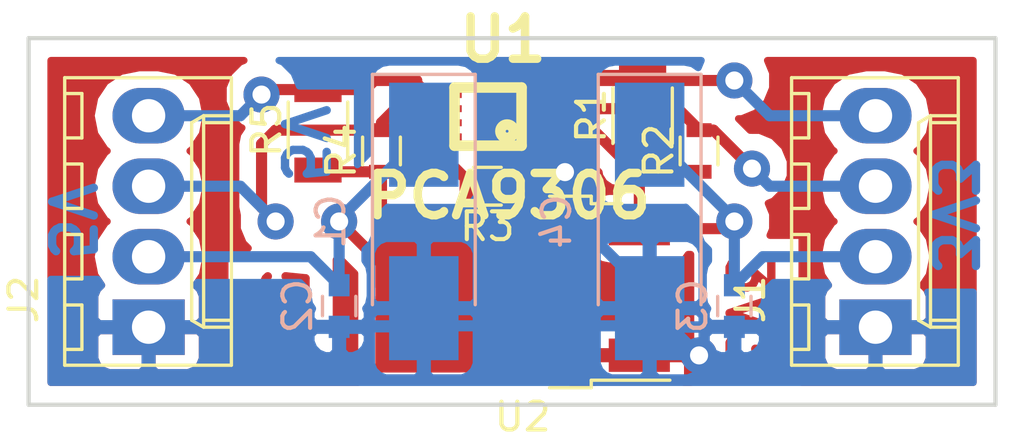
<source format=kicad_pcb>
(kicad_pcb (version 4) (host pcbnew 4.0.7)

  (general
    (links 33)
    (no_connects 0)
    (area 23.227 23.227 39.3668 188.201)
    (thickness 1.6)
    (drawings 9)
    (tracks 103)
    (zones 0)
    (modules 13)
    (nets 9)
  )

  (page A4)
  (layers
    (0 F.Cu signal)
    (31 B.Cu signal)
    (32 B.Adhes user)
    (33 F.Adhes user)
    (34 B.Paste user)
    (35 F.Paste user)
    (36 B.SilkS user)
    (37 F.SilkS user)
    (38 B.Mask user)
    (39 F.Mask user)
    (40 Dwgs.User user)
    (41 Cmts.User user)
    (42 Eco1.User user)
    (43 Eco2.User user)
    (44 Edge.Cuts user)
    (45 Margin user)
    (46 B.CrtYd user)
    (47 F.CrtYd user)
    (48 B.Fab user)
    (49 F.Fab user)
  )

  (setup
    (last_trace_width 0.25)
    (user_trace_width 0.3)
    (user_trace_width 0.35)
    (user_trace_width 0.4)
    (trace_clearance 0.2)
    (zone_clearance 0.6)
    (zone_45_only no)
    (trace_min 0.2)
    (segment_width 0.2)
    (edge_width 0.15)
    (via_size 0.6)
    (via_drill 0.4)
    (via_min_size 0.4)
    (via_min_drill 0.3)
    (user_via 1.3 0.65)
    (uvia_size 0.3)
    (uvia_drill 0.1)
    (uvias_allowed no)
    (uvia_min_size 0.2)
    (uvia_min_drill 0.1)
    (pcb_text_width 0.3)
    (pcb_text_size 1.5 1.5)
    (mod_edge_width 0.15)
    (mod_text_size 1 1)
    (mod_text_width 0.15)
    (pad_size 1.524 1.524)
    (pad_drill 0.762)
    (pad_to_mask_clearance 0.2)
    (aux_axis_origin 0 0)
    (visible_elements 7FFFFFFF)
    (pcbplotparams
      (layerselection 0x00030_80000001)
      (usegerberextensions false)
      (excludeedgelayer true)
      (linewidth 0.100000)
      (plotframeref false)
      (viasonmask false)
      (mode 1)
      (useauxorigin false)
      (hpglpennumber 1)
      (hpglpenspeed 20)
      (hpglpendiameter 15)
      (hpglpenoverlay 2)
      (psnegative false)
      (psa4output false)
      (plotreference true)
      (plotvalue true)
      (plotinvisibletext false)
      (padsonsilk false)
      (subtractmaskfromsilk false)
      (outputformat 1)
      (mirror false)
      (drillshape 1)
      (scaleselection 1)
      (outputdirectory ""))
  )

  (net 0 "")
  (net 1 +5V)
  (net 2 GND)
  (net 3 +3V3)
  (net 4 "Net-(J1-Pad3)")
  (net 5 "Net-(J1-Pad4)")
  (net 6 "Net-(J2-Pad3)")
  (net 7 "Net-(J2-Pad4)")
  (net 8 "Net-(R3-Pad2)")

  (net_class Default "Ceci est la Netclass par défaut"
    (clearance 0.2)
    (trace_width 0.25)
    (via_dia 0.6)
    (via_drill 0.4)
    (uvia_dia 0.3)
    (uvia_drill 0.1)
    (add_net +3V3)
    (add_net +5V)
    (add_net GND)
    (add_net "Net-(J1-Pad3)")
    (add_net "Net-(J1-Pad4)")
    (add_net "Net-(J2-Pad3)")
    (add_net "Net-(J2-Pad4)")
    (add_net "Net-(R3-Pad2)")
  )

  (module Resistors_SMD:R_1206 (layer F.Cu) (tedit 58E0A804) (tstamp 5A9BE5F8)
    (at 148.59 106.172 90)
    (descr "Resistor SMD 1206, reflow soldering, Vishay (see dcrcw.pdf)")
    (tags "resistor 1206")
    (path /5A986069)
    (attr smd)
    (fp_text reference R5 (at 0 -1.85 90) (layer F.SilkS)
      (effects (font (size 1 1) (thickness 0.15)))
    )
    (fp_text value 2.1k (at 0 1.95 90) (layer F.Fab)
      (effects (font (size 1 1) (thickness 0.15)))
    )
    (fp_text user %R (at 0 0 90) (layer F.Fab)
      (effects (font (size 0.7 0.7) (thickness 0.105)))
    )
    (fp_line (start -1.6 0.8) (end -1.6 -0.8) (layer F.Fab) (width 0.1))
    (fp_line (start 1.6 0.8) (end -1.6 0.8) (layer F.Fab) (width 0.1))
    (fp_line (start 1.6 -0.8) (end 1.6 0.8) (layer F.Fab) (width 0.1))
    (fp_line (start -1.6 -0.8) (end 1.6 -0.8) (layer F.Fab) (width 0.1))
    (fp_line (start 1 1.07) (end -1 1.07) (layer F.SilkS) (width 0.12))
    (fp_line (start -1 -1.07) (end 1 -1.07) (layer F.SilkS) (width 0.12))
    (fp_line (start -2.15 -1.11) (end 2.15 -1.11) (layer F.CrtYd) (width 0.05))
    (fp_line (start -2.15 -1.11) (end -2.15 1.1) (layer F.CrtYd) (width 0.05))
    (fp_line (start 2.15 1.1) (end 2.15 -1.11) (layer F.CrtYd) (width 0.05))
    (fp_line (start 2.15 1.1) (end -2.15 1.1) (layer F.CrtYd) (width 0.05))
    (pad 1 smd rect (at -1.45 0 90) (size 0.9 1.7) (layers F.Cu F.Paste F.Mask)
      (net 1 +5V))
    (pad 2 smd rect (at 1.45 0 90) (size 0.9 1.7) (layers F.Cu F.Paste F.Mask)
      (net 7 "Net-(J2-Pad4)"))
    (model ${KISYS3DMOD}/Resistors_SMD.3dshapes/R_1206.wrl
      (at (xyz 0 0 0))
      (scale (xyz 1 1 1))
      (rotate (xyz 0 0 0))
    )
  )

  (module Resistors_SMD:R_1206 (layer F.Cu) (tedit 58E0A804) (tstamp 5A9BE5E8)
    (at 160.274 105.664 90)
    (descr "Resistor SMD 1206, reflow soldering, Vishay (see dcrcw.pdf)")
    (tags "resistor 1206")
    (path /5A98606E)
    (attr smd)
    (fp_text reference R1 (at 0 -1.85 90) (layer F.SilkS)
      (effects (font (size 1 1) (thickness 0.15)))
    )
    (fp_text value 2.1k (at 0 1.95 90) (layer F.Fab)
      (effects (font (size 1 1) (thickness 0.15)))
    )
    (fp_text user %R (at 0 0 90) (layer F.Fab)
      (effects (font (size 0.7 0.7) (thickness 0.105)))
    )
    (fp_line (start -1.6 0.8) (end -1.6 -0.8) (layer F.Fab) (width 0.1))
    (fp_line (start 1.6 0.8) (end -1.6 0.8) (layer F.Fab) (width 0.1))
    (fp_line (start 1.6 -0.8) (end 1.6 0.8) (layer F.Fab) (width 0.1))
    (fp_line (start -1.6 -0.8) (end 1.6 -0.8) (layer F.Fab) (width 0.1))
    (fp_line (start 1 1.07) (end -1 1.07) (layer F.SilkS) (width 0.12))
    (fp_line (start -1 -1.07) (end 1 -1.07) (layer F.SilkS) (width 0.12))
    (fp_line (start -2.15 -1.11) (end 2.15 -1.11) (layer F.CrtYd) (width 0.05))
    (fp_line (start -2.15 -1.11) (end -2.15 1.1) (layer F.CrtYd) (width 0.05))
    (fp_line (start 2.15 1.1) (end 2.15 -1.11) (layer F.CrtYd) (width 0.05))
    (fp_line (start 2.15 1.1) (end -2.15 1.1) (layer F.CrtYd) (width 0.05))
    (pad 1 smd rect (at -1.45 0 90) (size 0.9 1.7) (layers F.Cu F.Paste F.Mask)
      (net 3 +3V3))
    (pad 2 smd rect (at 1.45 0 90) (size 0.9 1.7) (layers F.Cu F.Paste F.Mask)
      (net 5 "Net-(J1-Pad4)"))
    (model ${KISYS3DMOD}/Resistors_SMD.3dshapes/R_1206.wrl
      (at (xyz 0 0 0))
      (scale (xyz 1 1 1))
      (rotate (xyz 0 0 0))
    )
  )

  (module TO_SOT_Packages_SMD:TO-252-2 (layer F.Cu) (tedit 590079C0) (tstamp 5A9BE5C5)
    (at 155.956 112.014 180)
    (descr "TO-252 / DPAK SMD package, http://www.infineon.com/cms/en/product/packages/PG-TO252/PG-TO252-3-1/")
    (tags "DPAK TO-252 DPAK-3 TO-252-3 SOT-428")
    (path /5A98745C)
    (attr smd)
    (fp_text reference U2 (at 0 -4.5 180) (layer F.SilkS)
      (effects (font (size 1 1) (thickness 0.15)))
    )
    (fp_text value LM1117 (at 0 4.5 180) (layer F.Fab)
      (effects (font (size 1 1) (thickness 0.15)))
    )
    (fp_line (start 3.95 -2.7) (end 4.95 -2.7) (layer F.Fab) (width 0.1))
    (fp_line (start 4.95 -2.7) (end 4.95 2.7) (layer F.Fab) (width 0.1))
    (fp_line (start 4.95 2.7) (end 3.95 2.7) (layer F.Fab) (width 0.1))
    (fp_line (start 3.95 -3.25) (end 3.95 3.25) (layer F.Fab) (width 0.1))
    (fp_line (start 3.95 3.25) (end -2.27 3.25) (layer F.Fab) (width 0.1))
    (fp_line (start -2.27 3.25) (end -2.27 -2.25) (layer F.Fab) (width 0.1))
    (fp_line (start -2.27 -2.25) (end -1.27 -3.25) (layer F.Fab) (width 0.1))
    (fp_line (start -1.27 -3.25) (end 3.95 -3.25) (layer F.Fab) (width 0.1))
    (fp_line (start -1.865 -2.655) (end -4.97 -2.655) (layer F.Fab) (width 0.1))
    (fp_line (start -4.97 -2.655) (end -4.97 -1.905) (layer F.Fab) (width 0.1))
    (fp_line (start -4.97 -1.905) (end -2.27 -1.905) (layer F.Fab) (width 0.1))
    (fp_line (start -2.27 1.905) (end -4.97 1.905) (layer F.Fab) (width 0.1))
    (fp_line (start -4.97 1.905) (end -4.97 2.655) (layer F.Fab) (width 0.1))
    (fp_line (start -4.97 2.655) (end -2.27 2.655) (layer F.Fab) (width 0.1))
    (fp_line (start -0.97 -3.45) (end -2.47 -3.45) (layer F.SilkS) (width 0.12))
    (fp_line (start -2.47 -3.45) (end -2.47 -3.18) (layer F.SilkS) (width 0.12))
    (fp_line (start -2.47 -3.18) (end -5.3 -3.18) (layer F.SilkS) (width 0.12))
    (fp_line (start -0.97 3.45) (end -2.47 3.45) (layer F.SilkS) (width 0.12))
    (fp_line (start -2.47 3.45) (end -2.47 3.18) (layer F.SilkS) (width 0.12))
    (fp_line (start -2.47 3.18) (end -3.57 3.18) (layer F.SilkS) (width 0.12))
    (fp_line (start -5.55 -3.5) (end -5.55 3.5) (layer F.CrtYd) (width 0.05))
    (fp_line (start -5.55 3.5) (end 5.55 3.5) (layer F.CrtYd) (width 0.05))
    (fp_line (start 5.55 3.5) (end 5.55 -3.5) (layer F.CrtYd) (width 0.05))
    (fp_line (start 5.55 -3.5) (end -5.55 -3.5) (layer F.CrtYd) (width 0.05))
    (fp_text user %R (at 0 0 180) (layer F.Fab)
      (effects (font (size 1 1) (thickness 0.15)))
    )
    (pad 1 smd rect (at -4.2 -2.28 180) (size 2.2 1.2) (layers F.Cu F.Paste F.Mask)
      (net 2 GND))
    (pad 3 smd rect (at -4.2 2.28 180) (size 2.2 1.2) (layers F.Cu F.Paste F.Mask)
      (net 3 +3V3))
    (pad 2 smd rect (at 2.1 0 180) (size 6.4 5.8) (layers F.Cu F.Mask)
      (net 1 +5V))
    (pad 2 smd rect (at 3.775 1.525 180) (size 3.05 2.75) (layers F.Cu F.Paste)
      (net 1 +5V))
    (pad 2 smd rect (at 0.425 -1.525 180) (size 3.05 2.75) (layers F.Cu F.Paste)
      (net 1 +5V))
    (pad 2 smd rect (at 3.775 -1.525 180) (size 3.05 2.75) (layers F.Cu F.Paste)
      (net 1 +5V))
    (pad 2 smd rect (at 0.425 1.525 180) (size 3.05 2.75) (layers F.Cu F.Paste)
      (net 1 +5V))
    (model ${KISYS3DMOD}/TO_SOT_Packages_SMD.3dshapes/TO-252-2.wrl
      (at (xyz 0 0 0))
      (scale (xyz 1 1 1))
      (rotate (xyz 0 0 0))
    )
  )

  (module f4deb-mod-library:VSSOP-8 (layer F.Cu) (tedit 4FD3B8D7) (tstamp 5A9BE5B5)
    (at 154.686 105.664 180)
    (path /5A98607B)
    (fp_text reference U1 (at -0.5588 2.7432 180) (layer F.SilkS)
      (effects (font (thickness 0.3048)))
    )
    (fp_text value PCA9306 (at -0.762 -2.8956 180) (layer F.SilkS)
      (effects (font (thickness 0.3048)))
    )
    (fp_circle (center -0.7112 -0.5588) (end -0.6604 -0.5588) (layer F.SilkS) (width 0.381))
    (fp_line (start -1.2319 1.016) (end 1.1811 1.016) (layer F.SilkS) (width 0.381))
    (fp_line (start 1.1811 1.016) (end 1.1811 -1.0795) (layer F.SilkS) (width 0.381))
    (fp_line (start 1.1811 -1.0795) (end -1.2319 -1.0795) (layer F.SilkS) (width 0.381))
    (fp_line (start -1.2319 -1.0795) (end -1.2319 1.016) (layer F.SilkS) (width 0.381))
    (pad 4 smd rect (at -1.4732 0.762 270) (size 0.24892 1.00076) (layers F.Cu F.Paste F.Mask)
      (net 5 "Net-(J1-Pad4)"))
    (pad 3 smd rect (at -1.4732 0.254 270) (size 0.24892 1.00076) (layers F.Cu F.Paste F.Mask)
      (net 4 "Net-(J1-Pad3)"))
    (pad 2 smd rect (at -1.4732 -0.254 270) (size 0.24892 1.00076) (layers F.Cu F.Paste F.Mask)
      (net 3 +3V3))
    (pad 1 smd rect (at -1.4732 -0.762 270) (size 0.24892 1.00076) (layers F.Cu F.Paste F.Mask)
      (net 2 GND))
    (pad 5 smd rect (at 1.4224 0.762 270) (size 0.24892 1.00076) (layers F.Cu F.Paste F.Mask)
      (net 7 "Net-(J2-Pad4)"))
    (pad 6 smd rect (at 1.4224 0.254 270) (size 0.24892 1.00076) (layers F.Cu F.Paste F.Mask)
      (net 6 "Net-(J2-Pad3)"))
    (pad 7 smd rect (at 1.4224 -0.254 270) (size 0.24892 1.00076) (layers F.Cu F.Paste F.Mask)
      (net 8 "Net-(R3-Pad2)"))
    (pad 8 smd rect (at 1.4224 -0.762 270) (size 0.24892 1.00076) (layers F.Cu F.Paste F.Mask)
      (net 8 "Net-(R3-Pad2)"))
    (model git-f4deb-cen-electronic-library/wings/VSSOP_8.wrl
      (at (xyz 0 0 0))
      (scale (xyz 1 1 1))
      (rotate (xyz 0 0 0))
    )
    (model Housings_SSOP.3dshapes/VSSOP-8_2.4x2.1mm_Pitch0.5mm.wrl
      (at (xyz 0 0 0))
      (scale (xyz 1 1 1))
      (rotate (xyz 0 0 0))
    )
  )

  (module Resistors_SMD:R_0603 (layer F.Cu) (tedit 58E0A804) (tstamp 5A9BE5A5)
    (at 150.876 106.934 90)
    (descr "Resistor SMD 0603, reflow soldering, Vishay (see dcrcw.pdf)")
    (tags "resistor 0603")
    (path /5A98606A)
    (attr smd)
    (fp_text reference R4 (at 0 -1.45 90) (layer F.SilkS)
      (effects (font (size 1 1) (thickness 0.15)))
    )
    (fp_text value 2.1k (at 0 1.5 90) (layer F.Fab)
      (effects (font (size 1 1) (thickness 0.15)))
    )
    (fp_text user %R (at 0 0 90) (layer F.Fab)
      (effects (font (size 0.4 0.4) (thickness 0.075)))
    )
    (fp_line (start -0.8 0.4) (end -0.8 -0.4) (layer F.Fab) (width 0.1))
    (fp_line (start 0.8 0.4) (end -0.8 0.4) (layer F.Fab) (width 0.1))
    (fp_line (start 0.8 -0.4) (end 0.8 0.4) (layer F.Fab) (width 0.1))
    (fp_line (start -0.8 -0.4) (end 0.8 -0.4) (layer F.Fab) (width 0.1))
    (fp_line (start 0.5 0.68) (end -0.5 0.68) (layer F.SilkS) (width 0.12))
    (fp_line (start -0.5 -0.68) (end 0.5 -0.68) (layer F.SilkS) (width 0.12))
    (fp_line (start -1.25 -0.7) (end 1.25 -0.7) (layer F.CrtYd) (width 0.05))
    (fp_line (start -1.25 -0.7) (end -1.25 0.7) (layer F.CrtYd) (width 0.05))
    (fp_line (start 1.25 0.7) (end 1.25 -0.7) (layer F.CrtYd) (width 0.05))
    (fp_line (start 1.25 0.7) (end -1.25 0.7) (layer F.CrtYd) (width 0.05))
    (pad 1 smd rect (at -0.75 0 90) (size 0.5 0.9) (layers F.Cu F.Paste F.Mask)
      (net 1 +5V))
    (pad 2 smd rect (at 0.75 0 90) (size 0.5 0.9) (layers F.Cu F.Paste F.Mask)
      (net 6 "Net-(J2-Pad3)"))
    (model ${KISYS3DMOD}/Resistors_SMD.3dshapes/R_0603.wrl
      (at (xyz 0 0 0))
      (scale (xyz 1 1 1))
      (rotate (xyz 0 0 0))
    )
  )

  (module Resistors_SMD:R_0603 (layer F.Cu) (tedit 58E0A804) (tstamp 5A9BE595)
    (at 154.686 108.204 180)
    (descr "Resistor SMD 0603, reflow soldering, Vishay (see dcrcw.pdf)")
    (tags "resistor 0603")
    (path /5A986064)
    (attr smd)
    (fp_text reference R3 (at 0 -1.45 180) (layer F.SilkS)
      (effects (font (size 1 1) (thickness 0.15)))
    )
    (fp_text value 220k (at 0 1.5 180) (layer F.Fab)
      (effects (font (size 1 1) (thickness 0.15)))
    )
    (fp_text user %R (at 0 0 180) (layer F.Fab)
      (effects (font (size 0.4 0.4) (thickness 0.075)))
    )
    (fp_line (start -0.8 0.4) (end -0.8 -0.4) (layer F.Fab) (width 0.1))
    (fp_line (start 0.8 0.4) (end -0.8 0.4) (layer F.Fab) (width 0.1))
    (fp_line (start 0.8 -0.4) (end 0.8 0.4) (layer F.Fab) (width 0.1))
    (fp_line (start -0.8 -0.4) (end 0.8 -0.4) (layer F.Fab) (width 0.1))
    (fp_line (start 0.5 0.68) (end -0.5 0.68) (layer F.SilkS) (width 0.12))
    (fp_line (start -0.5 -0.68) (end 0.5 -0.68) (layer F.SilkS) (width 0.12))
    (fp_line (start -1.25 -0.7) (end 1.25 -0.7) (layer F.CrtYd) (width 0.05))
    (fp_line (start -1.25 -0.7) (end -1.25 0.7) (layer F.CrtYd) (width 0.05))
    (fp_line (start 1.25 0.7) (end 1.25 -0.7) (layer F.CrtYd) (width 0.05))
    (fp_line (start 1.25 0.7) (end -1.25 0.7) (layer F.CrtYd) (width 0.05))
    (pad 1 smd rect (at -0.75 0 180) (size 0.5 0.9) (layers F.Cu F.Paste F.Mask)
      (net 1 +5V))
    (pad 2 smd rect (at 0.75 0 180) (size 0.5 0.9) (layers F.Cu F.Paste F.Mask)
      (net 8 "Net-(R3-Pad2)"))
    (model ${KISYS3DMOD}/Resistors_SMD.3dshapes/R_0603.wrl
      (at (xyz 0 0 0))
      (scale (xyz 1 1 1))
      (rotate (xyz 0 0 0))
    )
  )

  (module Resistors_SMD:R_0603 (layer F.Cu) (tedit 58E0A804) (tstamp 5A9BE585)
    (at 162.306 106.934 90)
    (descr "Resistor SMD 0603, reflow soldering, Vishay (see dcrcw.pdf)")
    (tags "resistor 0603")
    (path /5A98606D)
    (attr smd)
    (fp_text reference R2 (at 0 -1.45 90) (layer F.SilkS)
      (effects (font (size 1 1) (thickness 0.15)))
    )
    (fp_text value 2.1k (at 0 1.5 90) (layer F.Fab)
      (effects (font (size 1 1) (thickness 0.15)))
    )
    (fp_text user %R (at 0 0 90) (layer F.Fab)
      (effects (font (size 0.4 0.4) (thickness 0.075)))
    )
    (fp_line (start -0.8 0.4) (end -0.8 -0.4) (layer F.Fab) (width 0.1))
    (fp_line (start 0.8 0.4) (end -0.8 0.4) (layer F.Fab) (width 0.1))
    (fp_line (start 0.8 -0.4) (end 0.8 0.4) (layer F.Fab) (width 0.1))
    (fp_line (start -0.8 -0.4) (end 0.8 -0.4) (layer F.Fab) (width 0.1))
    (fp_line (start 0.5 0.68) (end -0.5 0.68) (layer F.SilkS) (width 0.12))
    (fp_line (start -0.5 -0.68) (end 0.5 -0.68) (layer F.SilkS) (width 0.12))
    (fp_line (start -1.25 -0.7) (end 1.25 -0.7) (layer F.CrtYd) (width 0.05))
    (fp_line (start -1.25 -0.7) (end -1.25 0.7) (layer F.CrtYd) (width 0.05))
    (fp_line (start 1.25 0.7) (end 1.25 -0.7) (layer F.CrtYd) (width 0.05))
    (fp_line (start 1.25 0.7) (end -1.25 0.7) (layer F.CrtYd) (width 0.05))
    (pad 1 smd rect (at -0.75 0 90) (size 0.5 0.9) (layers F.Cu F.Paste F.Mask)
      (net 3 +3V3))
    (pad 2 smd rect (at 0.75 0 90) (size 0.5 0.9) (layers F.Cu F.Paste F.Mask)
      (net 4 "Net-(J1-Pad3)"))
    (model ${KISYS3DMOD}/Resistors_SMD.3dshapes/R_0603.wrl
      (at (xyz 0 0 0))
      (scale (xyz 1 1 1))
      (rotate (xyz 0 0 0))
    )
  )

  (module Connectors_Molex:Molex_KK-6410-04_04x2.54mm_Straight (layer F.Cu) (tedit 58EE6EE8) (tstamp 5A9BE55D)
    (at 142.494 113.284 90)
    (descr "Connector Headers with Friction Lock, 22-27-2041, http://www.molex.com/pdm_docs/sd/022272021_sd.pdf")
    (tags "connector molex kk_6410 22-27-2041")
    (path /5A9868D8)
    (fp_text reference J2 (at 1 -4.5 90) (layer F.SilkS)
      (effects (font (size 1 1) (thickness 0.15)))
    )
    (fp_text value Conn_01x04 (at 3.81 4.5 90) (layer F.Fab)
      (effects (font (size 1 1) (thickness 0.15)))
    )
    (fp_line (start -1.47 -3.12) (end -1.47 3.08) (layer F.Fab) (width 0.12))
    (fp_line (start -1.47 3.08) (end 9.09 3.08) (layer F.Fab) (width 0.12))
    (fp_line (start 9.09 3.08) (end 9.09 -3.12) (layer F.Fab) (width 0.12))
    (fp_line (start 9.09 -3.12) (end -1.47 -3.12) (layer F.Fab) (width 0.12))
    (fp_line (start -1.37 -3.02) (end -1.37 2.98) (layer F.SilkS) (width 0.12))
    (fp_line (start -1.37 2.98) (end 8.99 2.98) (layer F.SilkS) (width 0.12))
    (fp_line (start 8.99 2.98) (end 8.99 -3.02) (layer F.SilkS) (width 0.12))
    (fp_line (start 8.99 -3.02) (end -1.37 -3.02) (layer F.SilkS) (width 0.12))
    (fp_line (start 0 2.98) (end 0 1.98) (layer F.SilkS) (width 0.12))
    (fp_line (start 0 1.98) (end 7.62 1.98) (layer F.SilkS) (width 0.12))
    (fp_line (start 7.62 1.98) (end 7.62 2.98) (layer F.SilkS) (width 0.12))
    (fp_line (start 0 1.98) (end 0.25 1.55) (layer F.SilkS) (width 0.12))
    (fp_line (start 0.25 1.55) (end 7.37 1.55) (layer F.SilkS) (width 0.12))
    (fp_line (start 7.37 1.55) (end 7.62 1.98) (layer F.SilkS) (width 0.12))
    (fp_line (start 0.25 2.98) (end 0.25 1.98) (layer F.SilkS) (width 0.12))
    (fp_line (start 7.37 2.98) (end 7.37 1.98) (layer F.SilkS) (width 0.12))
    (fp_line (start -0.8 -3.02) (end -0.8 -2.4) (layer F.SilkS) (width 0.12))
    (fp_line (start -0.8 -2.4) (end 0.8 -2.4) (layer F.SilkS) (width 0.12))
    (fp_line (start 0.8 -2.4) (end 0.8 -3.02) (layer F.SilkS) (width 0.12))
    (fp_line (start 1.74 -3.02) (end 1.74 -2.4) (layer F.SilkS) (width 0.12))
    (fp_line (start 1.74 -2.4) (end 3.34 -2.4) (layer F.SilkS) (width 0.12))
    (fp_line (start 3.34 -2.4) (end 3.34 -3.02) (layer F.SilkS) (width 0.12))
    (fp_line (start 4.28 -3.02) (end 4.28 -2.4) (layer F.SilkS) (width 0.12))
    (fp_line (start 4.28 -2.4) (end 5.88 -2.4) (layer F.SilkS) (width 0.12))
    (fp_line (start 5.88 -2.4) (end 5.88 -3.02) (layer F.SilkS) (width 0.12))
    (fp_line (start 6.82 -3.02) (end 6.82 -2.4) (layer F.SilkS) (width 0.12))
    (fp_line (start 6.82 -2.4) (end 8.42 -2.4) (layer F.SilkS) (width 0.12))
    (fp_line (start 8.42 -2.4) (end 8.42 -3.02) (layer F.SilkS) (width 0.12))
    (fp_line (start -1.9 3.5) (end -1.9 -3.55) (layer F.CrtYd) (width 0.05))
    (fp_line (start -1.9 -3.55) (end 9.5 -3.55) (layer F.CrtYd) (width 0.05))
    (fp_line (start 9.5 -3.55) (end 9.5 3.5) (layer F.CrtYd) (width 0.05))
    (fp_line (start 9.5 3.5) (end -1.9 3.5) (layer F.CrtYd) (width 0.05))
    (fp_text user %R (at 3.81 0 90) (layer F.Fab)
      (effects (font (size 1 1) (thickness 0.15)))
    )
    (pad 1 thru_hole rect (at 0 0 90) (size 2 2.6) (drill 1.2) (layers *.Cu *.Mask)
      (net 2 GND))
    (pad 2 thru_hole oval (at 2.54 0 90) (size 2 2.6) (drill 1.2) (layers *.Cu *.Mask)
      (net 1 +5V))
    (pad 3 thru_hole oval (at 5.08 0 90) (size 2 2.6) (drill 1.2) (layers *.Cu *.Mask)
      (net 6 "Net-(J2-Pad3)"))
    (pad 4 thru_hole oval (at 7.62 0 90) (size 2 2.6) (drill 1.2) (layers *.Cu *.Mask)
      (net 7 "Net-(J2-Pad4)"))
    (model ${KISYS3DMOD}/Connectors_Molex.3dshapes/Molex_KK-6410-04_04x2.54mm_Straight.wrl
      (at (xyz 0 0 0))
      (scale (xyz 1 1 1))
      (rotate (xyz 0 0 0))
    )
  )

  (module Connectors_Molex:Molex_KK-6410-04_04x2.54mm_Straight (layer F.Cu) (tedit 58EE6EE8) (tstamp 5A9BE535)
    (at 168.656 113.284 90)
    (descr "Connector Headers with Friction Lock, 22-27-2041, http://www.molex.com/pdm_docs/sd/022272021_sd.pdf")
    (tags "connector molex kk_6410 22-27-2041")
    (path /5A9867CE)
    (fp_text reference J1 (at 1 -4.5 90) (layer F.SilkS)
      (effects (font (size 1 1) (thickness 0.15)))
    )
    (fp_text value Conn_01x04 (at 3.81 4.5 90) (layer F.Fab)
      (effects (font (size 1 1) (thickness 0.15)))
    )
    (fp_line (start -1.47 -3.12) (end -1.47 3.08) (layer F.Fab) (width 0.12))
    (fp_line (start -1.47 3.08) (end 9.09 3.08) (layer F.Fab) (width 0.12))
    (fp_line (start 9.09 3.08) (end 9.09 -3.12) (layer F.Fab) (width 0.12))
    (fp_line (start 9.09 -3.12) (end -1.47 -3.12) (layer F.Fab) (width 0.12))
    (fp_line (start -1.37 -3.02) (end -1.37 2.98) (layer F.SilkS) (width 0.12))
    (fp_line (start -1.37 2.98) (end 8.99 2.98) (layer F.SilkS) (width 0.12))
    (fp_line (start 8.99 2.98) (end 8.99 -3.02) (layer F.SilkS) (width 0.12))
    (fp_line (start 8.99 -3.02) (end -1.37 -3.02) (layer F.SilkS) (width 0.12))
    (fp_line (start 0 2.98) (end 0 1.98) (layer F.SilkS) (width 0.12))
    (fp_line (start 0 1.98) (end 7.62 1.98) (layer F.SilkS) (width 0.12))
    (fp_line (start 7.62 1.98) (end 7.62 2.98) (layer F.SilkS) (width 0.12))
    (fp_line (start 0 1.98) (end 0.25 1.55) (layer F.SilkS) (width 0.12))
    (fp_line (start 0.25 1.55) (end 7.37 1.55) (layer F.SilkS) (width 0.12))
    (fp_line (start 7.37 1.55) (end 7.62 1.98) (layer F.SilkS) (width 0.12))
    (fp_line (start 0.25 2.98) (end 0.25 1.98) (layer F.SilkS) (width 0.12))
    (fp_line (start 7.37 2.98) (end 7.37 1.98) (layer F.SilkS) (width 0.12))
    (fp_line (start -0.8 -3.02) (end -0.8 -2.4) (layer F.SilkS) (width 0.12))
    (fp_line (start -0.8 -2.4) (end 0.8 -2.4) (layer F.SilkS) (width 0.12))
    (fp_line (start 0.8 -2.4) (end 0.8 -3.02) (layer F.SilkS) (width 0.12))
    (fp_line (start 1.74 -3.02) (end 1.74 -2.4) (layer F.SilkS) (width 0.12))
    (fp_line (start 1.74 -2.4) (end 3.34 -2.4) (layer F.SilkS) (width 0.12))
    (fp_line (start 3.34 -2.4) (end 3.34 -3.02) (layer F.SilkS) (width 0.12))
    (fp_line (start 4.28 -3.02) (end 4.28 -2.4) (layer F.SilkS) (width 0.12))
    (fp_line (start 4.28 -2.4) (end 5.88 -2.4) (layer F.SilkS) (width 0.12))
    (fp_line (start 5.88 -2.4) (end 5.88 -3.02) (layer F.SilkS) (width 0.12))
    (fp_line (start 6.82 -3.02) (end 6.82 -2.4) (layer F.SilkS) (width 0.12))
    (fp_line (start 6.82 -2.4) (end 8.42 -2.4) (layer F.SilkS) (width 0.12))
    (fp_line (start 8.42 -2.4) (end 8.42 -3.02) (layer F.SilkS) (width 0.12))
    (fp_line (start -1.9 3.5) (end -1.9 -3.55) (layer F.CrtYd) (width 0.05))
    (fp_line (start -1.9 -3.55) (end 9.5 -3.55) (layer F.CrtYd) (width 0.05))
    (fp_line (start 9.5 -3.55) (end 9.5 3.5) (layer F.CrtYd) (width 0.05))
    (fp_line (start 9.5 3.5) (end -1.9 3.5) (layer F.CrtYd) (width 0.05))
    (fp_text user %R (at 3.81 0 90) (layer F.Fab)
      (effects (font (size 1 1) (thickness 0.15)))
    )
    (pad 1 thru_hole rect (at 0 0 90) (size 2 2.6) (drill 1.2) (layers *.Cu *.Mask)
      (net 2 GND))
    (pad 2 thru_hole oval (at 2.54 0 90) (size 2 2.6) (drill 1.2) (layers *.Cu *.Mask)
      (net 3 +3V3))
    (pad 3 thru_hole oval (at 5.08 0 90) (size 2 2.6) (drill 1.2) (layers *.Cu *.Mask)
      (net 4 "Net-(J1-Pad3)"))
    (pad 4 thru_hole oval (at 7.62 0 90) (size 2 2.6) (drill 1.2) (layers *.Cu *.Mask)
      (net 5 "Net-(J1-Pad4)"))
    (model ${KISYS3DMOD}/Connectors_Molex.3dshapes/Molex_KK-6410-04_04x2.54mm_Straight.wrl
      (at (xyz 0 0 0))
      (scale (xyz 1 1 1))
      (rotate (xyz 0 0 0))
    )
  )

  (module Capacitors_SMD:C_0603 (layer B.Cu) (tedit 59958EE7) (tstamp 5A9BE525)
    (at 163.576 112.522 270)
    (descr "Capacitor SMD 0603, reflow soldering, AVX (see smccp.pdf)")
    (tags "capacitor 0603")
    (path /5A987687)
    (attr smd)
    (fp_text reference C3 (at 0 1.5 270) (layer B.SilkS)
      (effects (font (size 1 1) (thickness 0.15)) (justify mirror))
    )
    (fp_text value 100n (at 0 -1.5 270) (layer B.Fab)
      (effects (font (size 1 1) (thickness 0.15)) (justify mirror))
    )
    (fp_line (start 1.4 -0.65) (end -1.4 -0.65) (layer B.CrtYd) (width 0.05))
    (fp_line (start 1.4 -0.65) (end 1.4 0.65) (layer B.CrtYd) (width 0.05))
    (fp_line (start -1.4 0.65) (end -1.4 -0.65) (layer B.CrtYd) (width 0.05))
    (fp_line (start -1.4 0.65) (end 1.4 0.65) (layer B.CrtYd) (width 0.05))
    (fp_line (start 0.35 -0.6) (end -0.35 -0.6) (layer B.SilkS) (width 0.12))
    (fp_line (start -0.35 0.6) (end 0.35 0.6) (layer B.SilkS) (width 0.12))
    (fp_line (start -0.8 0.4) (end 0.8 0.4) (layer B.Fab) (width 0.1))
    (fp_line (start 0.8 0.4) (end 0.8 -0.4) (layer B.Fab) (width 0.1))
    (fp_line (start 0.8 -0.4) (end -0.8 -0.4) (layer B.Fab) (width 0.1))
    (fp_line (start -0.8 -0.4) (end -0.8 0.4) (layer B.Fab) (width 0.1))
    (fp_text user %R (at 0 0 270) (layer B.Fab)
      (effects (font (size 0.3 0.3) (thickness 0.075)) (justify mirror))
    )
    (pad 2 smd rect (at 0.75 0 270) (size 0.8 0.75) (layers B.Cu B.Paste B.Mask)
      (net 2 GND))
    (pad 1 smd rect (at -0.75 0 270) (size 0.8 0.75) (layers B.Cu B.Paste B.Mask)
      (net 3 +3V3))
    (model Capacitors_SMD.3dshapes/C_0603.wrl
      (at (xyz 0 0 0))
      (scale (xyz 1 1 1))
      (rotate (xyz 0 0 0))
    )
  )

  (module Capacitors_SMD:C_0603 (layer B.Cu) (tedit 59958EE7) (tstamp 5A9BE515)
    (at 149.352 112.522 270)
    (descr "Capacitor SMD 0603, reflow soldering, AVX (see smccp.pdf)")
    (tags "capacitor 0603")
    (path /5A9876CC)
    (attr smd)
    (fp_text reference C2 (at 0 1.5 270) (layer B.SilkS)
      (effects (font (size 1 1) (thickness 0.15)) (justify mirror))
    )
    (fp_text value 100n (at 0 -1.5 270) (layer B.Fab)
      (effects (font (size 1 1) (thickness 0.15)) (justify mirror))
    )
    (fp_line (start 1.4 -0.65) (end -1.4 -0.65) (layer B.CrtYd) (width 0.05))
    (fp_line (start 1.4 -0.65) (end 1.4 0.65) (layer B.CrtYd) (width 0.05))
    (fp_line (start -1.4 0.65) (end -1.4 -0.65) (layer B.CrtYd) (width 0.05))
    (fp_line (start -1.4 0.65) (end 1.4 0.65) (layer B.CrtYd) (width 0.05))
    (fp_line (start 0.35 -0.6) (end -0.35 -0.6) (layer B.SilkS) (width 0.12))
    (fp_line (start -0.35 0.6) (end 0.35 0.6) (layer B.SilkS) (width 0.12))
    (fp_line (start -0.8 0.4) (end 0.8 0.4) (layer B.Fab) (width 0.1))
    (fp_line (start 0.8 0.4) (end 0.8 -0.4) (layer B.Fab) (width 0.1))
    (fp_line (start 0.8 -0.4) (end -0.8 -0.4) (layer B.Fab) (width 0.1))
    (fp_line (start -0.8 -0.4) (end -0.8 0.4) (layer B.Fab) (width 0.1))
    (fp_text user %R (at 0 0 270) (layer B.Fab)
      (effects (font (size 0.3 0.3) (thickness 0.075)) (justify mirror))
    )
    (pad 2 smd rect (at 0.75 0 270) (size 0.8 0.75) (layers B.Cu B.Paste B.Mask)
      (net 2 GND))
    (pad 1 smd rect (at -0.75 0 270) (size 0.8 0.75) (layers B.Cu B.Paste B.Mask)
      (net 1 +5V))
    (model Capacitors_SMD.3dshapes/C_0603.wrl
      (at (xyz 0 0 0))
      (scale (xyz 1 1 1))
      (rotate (xyz 0 0 0))
    )
  )

  (module Capacitors_Tantalum_SMD:CP_Tantalum_Case-C_EIA-6032-28_Hand (layer B.Cu) (tedit 58CC8C08) (tstamp 5A9BE502)
    (at 152.4 109.474 270)
    (descr "Tantalum capacitor, Case C, EIA 6032-28, 6.0x3.2x2.5mm, Hand soldering footprint")
    (tags "capacitor tantalum smd")
    (path /5A987723)
    (attr smd)
    (fp_text reference C1 (at 0 3.35 270) (layer B.SilkS)
      (effects (font (size 1 1) (thickness 0.15)) (justify mirror))
    )
    (fp_text value 10U/10V (at 0 -3.35 270) (layer B.Fab)
      (effects (font (size 1 1) (thickness 0.15)) (justify mirror))
    )
    (fp_text user %R (at 0 0 270) (layer B.Fab)
      (effects (font (size 1 1) (thickness 0.15)) (justify mirror))
    )
    (fp_line (start -5.4 2) (end -5.4 -2) (layer B.CrtYd) (width 0.05))
    (fp_line (start -5.4 -2) (end 5.4 -2) (layer B.CrtYd) (width 0.05))
    (fp_line (start 5.4 -2) (end 5.4 2) (layer B.CrtYd) (width 0.05))
    (fp_line (start 5.4 2) (end -5.4 2) (layer B.CrtYd) (width 0.05))
    (fp_line (start -3 1.6) (end -3 -1.6) (layer B.Fab) (width 0.1))
    (fp_line (start -3 -1.6) (end 3 -1.6) (layer B.Fab) (width 0.1))
    (fp_line (start 3 -1.6) (end 3 1.6) (layer B.Fab) (width 0.1))
    (fp_line (start 3 1.6) (end -3 1.6) (layer B.Fab) (width 0.1))
    (fp_line (start -2.4 1.6) (end -2.4 -1.6) (layer B.Fab) (width 0.1))
    (fp_line (start -2.1 1.6) (end -2.1 -1.6) (layer B.Fab) (width 0.1))
    (fp_line (start -5.3 1.85) (end 3 1.85) (layer B.SilkS) (width 0.12))
    (fp_line (start -5.3 -1.85) (end 3 -1.85) (layer B.SilkS) (width 0.12))
    (fp_line (start -5.3 1.85) (end -5.3 -1.85) (layer B.SilkS) (width 0.12))
    (pad 1 smd rect (at -3.125 0 270) (size 3.75 2.5) (layers B.Cu B.Paste B.Mask)
      (net 1 +5V))
    (pad 2 smd rect (at 3.125 0 270) (size 3.75 2.5) (layers B.Cu B.Paste B.Mask)
      (net 2 GND))
    (model Capacitors_Tantalum_SMD.3dshapes/CP_Tantalum_Case-C_EIA-6032-28.wrl
      (at (xyz 0 0 0))
      (scale (xyz 1 1 1))
      (rotate (xyz 0 0 0))
    )
  )

  (module Capacitors_Tantalum_SMD:CP_Tantalum_Case-C_EIA-6032-28_Hand (layer B.Cu) (tedit 58CC8C08) (tstamp 5A9BE4EF)
    (at 160.528 109.474 270)
    (descr "Tantalum capacitor, Case C, EIA 6032-28, 6.0x3.2x2.5mm, Hand soldering footprint")
    (tags "capacitor tantalum smd")
    (path /5A98775A)
    (attr smd)
    (fp_text reference C4 (at 0 3.35 270) (layer B.SilkS)
      (effects (font (size 1 1) (thickness 0.15)) (justify mirror))
    )
    (fp_text value 10U/10V (at 0 -3.35 270) (layer B.Fab)
      (effects (font (size 1 1) (thickness 0.15)) (justify mirror))
    )
    (fp_text user %R (at 0 0 270) (layer B.Fab)
      (effects (font (size 1 1) (thickness 0.15)) (justify mirror))
    )
    (fp_line (start -5.4 2) (end -5.4 -2) (layer B.CrtYd) (width 0.05))
    (fp_line (start -5.4 -2) (end 5.4 -2) (layer B.CrtYd) (width 0.05))
    (fp_line (start 5.4 -2) (end 5.4 2) (layer B.CrtYd) (width 0.05))
    (fp_line (start 5.4 2) (end -5.4 2) (layer B.CrtYd) (width 0.05))
    (fp_line (start -3 1.6) (end -3 -1.6) (layer B.Fab) (width 0.1))
    (fp_line (start -3 -1.6) (end 3 -1.6) (layer B.Fab) (width 0.1))
    (fp_line (start 3 -1.6) (end 3 1.6) (layer B.Fab) (width 0.1))
    (fp_line (start 3 1.6) (end -3 1.6) (layer B.Fab) (width 0.1))
    (fp_line (start -2.4 1.6) (end -2.4 -1.6) (layer B.Fab) (width 0.1))
    (fp_line (start -2.1 1.6) (end -2.1 -1.6) (layer B.Fab) (width 0.1))
    (fp_line (start -5.3 1.85) (end 3 1.85) (layer B.SilkS) (width 0.12))
    (fp_line (start -5.3 -1.85) (end 3 -1.85) (layer B.SilkS) (width 0.12))
    (fp_line (start -5.3 1.85) (end -5.3 -1.85) (layer B.SilkS) (width 0.12))
    (pad 1 smd rect (at -3.125 0 270) (size 3.75 2.5) (layers B.Cu B.Paste B.Mask)
      (net 3 +3V3))
    (pad 2 smd rect (at 3.125 0 270) (size 3.75 2.5) (layers B.Cu B.Paste B.Mask)
      (net 2 GND))
    (model Capacitors_Tantalum_SMD.3dshapes/CP_Tantalum_Case-C_EIA-6032-28.wrl
      (at (xyz 0 0 0))
      (scale (xyz 1 1 1))
      (rotate (xyz 0 0 0))
    )
  )

  (gr_text 5V (at 147.32 112.522 270) (layer F.Cu) (tstamp 5A9BE677)
    (effects (font (size 1.5 1.5) (thickness 0.3)))
  )
  (gr_text 3V3 (at 164.084 112.776 270) (layer F.Cu) (tstamp 5A9BE676)
    (effects (font (size 1.5 1.5) (thickness 0.3)))
  )
  (gr_text 5V (at 148.082 106.68 270) (layer B.Cu) (tstamp 5A9BE675)
    (effects (font (size 1.5 1.5) (thickness 0.3)) (justify mirror))
  )
  (gr_line (start 172.974 116.078) (end 138.176 116.078) (angle 90) (layer Edge.Cuts) (width 0.15) (tstamp 5A9BE674))
  (gr_line (start 138.176 116.078) (end 138.176 102.87) (angle 90) (layer Edge.Cuts) (width 0.15) (tstamp 5A9BE673))
  (gr_line (start 138.176 102.87) (end 172.974 102.87) (angle 90) (layer Edge.Cuts) (width 0.15) (tstamp 5A9BE672))
  (gr_line (start 172.974 102.87) (end 172.974 116.078) (angle 90) (layer Edge.Cuts) (width 0.15) (tstamp 5A9BE671))
  (gr_text 3V3 (at 171.45 109.22 270) (layer B.Cu) (tstamp 5A9BE670)
    (effects (font (size 1.5 1.5) (thickness 0.3)) (justify mirror))
  )
  (gr_text 5V (at 139.7 109.474 270) (layer B.Cu) (tstamp 5A9BE66F)
    (effects (font (size 1.5 1.5) (thickness 0.3)) (justify mirror))
  )

  (segment (start 148.324 110.744) (end 149.352 111.772) (width 0.4) (layer B.Cu) (net 1) (tstamp 5A9BE614))
  (segment (start 142.494 110.744) (end 148.324 110.744) (width 0.4) (layer B.Cu) (net 1) (tstamp 5A9BE613) (status 10))
  (segment (start 149.352 109.397) (end 152.4 106.349) (width 0.4) (layer B.Cu) (net 1) (tstamp 5A9BE612))
  (segment (start 149.352 111.772) (end 149.352 109.397) (width 0.4) (layer B.Cu) (net 1) (tstamp 5A9BE611))
  (segment (start 150.876 107.684) (end 148.336 107.684) (width 0.4) (layer F.Cu) (net 1) (tstamp 5A9BE610))
  (segment (start 150.876 109.034) (end 153.856 112.014) (width 0.4) (layer F.Cu) (net 1) (tstamp 5A9BE60F))
  (segment (start 150.876 107.684) (end 150.876 109.034) (width 0.4) (layer F.Cu) (net 1) (tstamp 5A9BE60E))
  (via (at 149.352 109.474) (size 1.3) (drill 0.65) (layers F.Cu B.Cu) (net 1) (tstamp 5A9BE60D))
  (segment (start 149.352 109.474) (end 149.352 109.397) (width 0.4) (layer B.Cu) (net 1) (tstamp 5A9BE60C))
  (segment (start 151.892 112.014) (end 149.352 109.474) (width 0.4) (layer F.Cu) (net 1) (tstamp 5A9BE60B))
  (segment (start 153.856 112.014) (end 151.892 112.014) (width 0.4) (layer F.Cu) (net 1) (tstamp 5A9BE60A))
  (segment (start 155.436 110.434) (end 153.856 112.014) (width 0.4) (layer F.Cu) (net 1) (tstamp 5A9BE609))
  (segment (start 155.436 108.204) (end 155.436 110.434) (width 0.4) (layer F.Cu) (net 1) (tstamp 5A9BE608))
  (segment (start 160.451 113.284) (end 160.401 113.234) (width 0.4) (layer B.Cu) (net 2) (tstamp 5A9BE628))
  (segment (start 168.656 113.284) (end 160.451 113.284) (width 0.4) (layer B.Cu) (net 2) (tstamp 5A9BE627))
  (segment (start 160.401 113.234) (end 151.511 113.234) (width 0.4) (layer B.Cu) (net 2) (tstamp 5A9BE626))
  (segment (start 142.544 113.234) (end 142.494 113.284) (width 0.4) (layer B.Cu) (net 2) (tstamp 5A9BE625) (status 30))
  (segment (start 151.511 113.234) (end 142.544 113.234) (width 0.4) (layer B.Cu) (net 2) (tstamp 5A9BE624) (status 20))
  (via (at 157.48 107.696) (size 1.3) (drill 0.65) (layers F.Cu B.Cu) (net 2) (tstamp 5A9BE623))
  (segment (start 156.1592 106.426) (end 157.226 106.426) (width 0.25) (layer F.Cu) (net 2) (tstamp 5A9BE622))
  (segment (start 157.226 106.426) (end 157.48 106.68) (width 0.25) (layer F.Cu) (net 2) (tstamp 5A9BE621))
  (segment (start 157.48 106.68) (end 157.48 107.696) (width 0.4) (layer F.Cu) (net 2) (tstamp 5A9BE620))
  (segment (start 158.242 109.805) (end 160.782 112.345) (width 0.4) (layer B.Cu) (net 2) (tstamp 5A9BE61F))
  (segment (start 157.48 107.696) (end 158.242 109.805) (width 0.4) (layer B.Cu) (net 2) (tstamp 5A9BE61E))
  (segment (start 151.727 113.272) (end 152.4 112.599) (width 0.4) (layer B.Cu) (net 2) (tstamp 5A9BE61D))
  (segment (start 149.352 113.272) (end 151.727 113.272) (width 0.4) (layer B.Cu) (net 2) (tstamp 5A9BE61C))
  (segment (start 161.201 113.272) (end 160.528 112.599) (width 0.4) (layer B.Cu) (net 2) (tstamp 5A9BE61B))
  (segment (start 163.576 113.272) (end 161.201 113.272) (width 0.4) (layer B.Cu) (net 2) (tstamp 5A9BE61A))
  (segment (start 160.605 112.599) (end 160.528 112.599) (width 0.4) (layer B.Cu) (net 2) (tstamp 5A9BE619))
  (segment (start 162.3 114.294) (end 162.306 114.3) (width 0.4) (layer F.Cu) (net 2) (tstamp 5A9BE618))
  (via (at 162.306 114.3) (size 1.3) (drill 0.65) (layers F.Cu B.Cu) (net 2) (tstamp 5A9BE617))
  (segment (start 162.306 114.3) (end 160.605 112.599) (width 0.4) (layer B.Cu) (net 2) (tstamp 5A9BE616))
  (segment (start 160.156 114.294) (end 162.3 114.294) (width 0.4) (layer F.Cu) (net 2) (tstamp 5A9BE615))
  (segment (start 156.1592 105.918) (end 158.242 105.918) (width 0.25) (layer F.Cu) (net 3) (tstamp 5A9BE638))
  (segment (start 158.242 105.918) (end 158.496 106.172) (width 0.4) (layer F.Cu) (net 3) (tstamp 5A9BE637))
  (segment (start 159.438 107.114) (end 158.496 106.172) (width 0.4) (layer F.Cu) (net 3) (tstamp 5A9BE636))
  (segment (start 160.274 107.114) (end 159.438 107.114) (width 0.4) (layer F.Cu) (net 3) (tstamp 5A9BE635))
  (segment (start 160.844 107.684) (end 160.274 107.114) (width 0.4) (layer F.Cu) (net 3) (tstamp 5A9BE634))
  (segment (start 162.306 107.684) (end 160.844 107.684) (width 0.4) (layer F.Cu) (net 3) (tstamp 5A9BE633))
  (segment (start 160.156 107.232) (end 160.274 107.114) (width 0.4) (layer F.Cu) (net 3) (tstamp 5A9BE632))
  (segment (start 160.156 109.734) (end 160.156 107.232) (width 0.4) (layer F.Cu) (net 3) (tstamp 5A9BE631))
  (segment (start 164.604 110.744) (end 163.576 111.772) (width 0.4) (layer B.Cu) (net 3) (tstamp 5A9BE630))
  (segment (start 168.656 110.744) (end 164.604 110.744) (width 0.4) (layer B.Cu) (net 3) (tstamp 5A9BE62F))
  (segment (start 163.576 109.397) (end 160.528 106.349) (width 0.4) (layer B.Cu) (net 3) (tstamp 5A9BE62E))
  (segment (start 163.576 109.474) (end 163.576 109.397) (width 0.4) (layer B.Cu) (net 3) (tstamp 5A9BE62D))
  (segment (start 163.576 111.772) (end 163.576 109.474) (width 0.4) (layer B.Cu) (net 3) (tstamp 5A9BE62C))
  (segment (start 163.316 109.734) (end 163.576 109.474) (width 0.4) (layer F.Cu) (net 3) (tstamp 5A9BE62B))
  (segment (start 160.156 109.734) (end 163.316 109.734) (width 0.4) (layer F.Cu) (net 3) (tstamp 5A9BE62A))
  (via (at 163.576 109.474) (size 1.3) (drill 0.65) (layers F.Cu B.Cu) (net 3) (tstamp 5A9BE629))
  (segment (start 164.846 108.204) (end 164.211 107.569) (width 0.4) (layer B.Cu) (net 4) (tstamp 5A9BE644))
  (via (at 164.211 107.569) (size 1.3) (drill 0.65) (layers F.Cu B.Cu) (net 4) (tstamp 5A9BE643))
  (segment (start 164.211 107.569) (end 162.826 106.184) (width 0.4) (layer F.Cu) (net 4) (tstamp 5A9BE642))
  (segment (start 162.826 106.184) (end 162.306 106.184) (width 0.4) (layer F.Cu) (net 4) (tstamp 5A9BE641))
  (segment (start 168.656 108.204) (end 164.846 108.204) (width 0.4) (layer B.Cu) (net 4) (tstamp 5A9BE640))
  (segment (start 157.48 105.41) (end 157.734 105.156) (width 0.25) (layer F.Cu) (net 4) (tstamp 5A9BE63F))
  (segment (start 158.496 105.156) (end 157.734 105.156) (width 0.4) (layer F.Cu) (net 4) (tstamp 5A9BE63E))
  (segment (start 156.1592 105.41) (end 157.48 105.41) (width 0.25) (layer F.Cu) (net 4) (tstamp 5A9BE63D))
  (segment (start 161.544 105.41) (end 158.75 105.41) (width 0.4) (layer F.Cu) (net 4) (tstamp 5A9BE63C))
  (segment (start 158.75 105.41) (end 158.496 105.156) (width 0.4) (layer F.Cu) (net 4) (tstamp 5A9BE63B))
  (segment (start 162.306 106.172) (end 161.544 105.41) (width 0.4) (layer F.Cu) (net 4) (tstamp 5A9BE63A))
  (segment (start 162.306 106.184) (end 162.306 106.172) (width 0.4) (layer F.Cu) (net 4) (tstamp 5A9BE639))
  (segment (start 164.846 105.664) (end 163.576 104.394) (width 0.4) (layer B.Cu) (net 5) (tstamp 5A9BE651))
  (via (at 163.576 104.394) (size 1.3) (drill 0.65) (layers F.Cu B.Cu) (net 5) (tstamp 5A9BE650))
  (segment (start 157.988 104.394) (end 157.861 104.394) (width 0.4) (layer F.Cu) (net 5) (tstamp 5A9BE64F))
  (segment (start 163.576 104.394) (end 157.988 104.394) (width 0.4) (layer F.Cu) (net 5) (tstamp 5A9BE64E))
  (segment (start 168.656 105.664) (end 164.846 105.664) (width 0.4) (layer B.Cu) (net 5) (tstamp 5A9BE64D))
  (segment (start 156.718 104.902) (end 157.226 104.394) (width 0.25) (layer F.Cu) (net 5) (tstamp 5A9BE64C))
  (segment (start 157.734 104.394) (end 157.988 104.394) (width 0.25) (layer F.Cu) (net 5) (tstamp 5A9BE64B))
  (segment (start 157.226 104.394) (end 157.734 104.394) (width 0.25) (layer F.Cu) (net 5) (tstamp 5A9BE64A))
  (segment (start 157.226 104.394) (end 157.734 104.394) (width 0.25) (layer F.Cu) (net 5) (tstamp 5A9BE649))
  (segment (start 156.718 104.902) (end 157.226 104.394) (width 0.25) (layer F.Cu) (net 5) (tstamp 5A9BE648))
  (segment (start 156.1592 104.902) (end 156.718 104.902) (width 0.25) (layer F.Cu) (net 5) (tstamp 5A9BE647))
  (segment (start 157.914 104.214) (end 157.734 104.394) (width 0.4) (layer F.Cu) (net 5) (tstamp 5A9BE646))
  (segment (start 160.274 104.214) (end 157.914 104.214) (width 0.4) (layer F.Cu) (net 5) (tstamp 5A9BE645))
  (segment (start 143.51 108.204) (end 142.494 108.204) (width 0.4) (layer F.Cu) (net 6) (tstamp 5A9BE65D) (status 30))
  (segment (start 150.876 105.918) (end 150.876 106.184) (width 0.4) (layer F.Cu) (net 6) (tstamp 5A9BE65C))
  (segment (start 151.384 105.41) (end 152.146 105.41) (width 0.4) (layer F.Cu) (net 6) (tstamp 5A9BE65B))
  (segment (start 150.876 105.918) (end 151.384 105.41) (width 0.4) (layer F.Cu) (net 6) (tstamp 5A9BE65A))
  (segment (start 153.2636 105.41) (end 152.146 105.41) (width 0.25) (layer F.Cu) (net 6) (tstamp 5A9BE659))
  (segment (start 146.559802 108.967802) (end 146.559802 106.683615) (width 0.4) (layer F.Cu) (net 6) (tstamp 5A9BE658))
  (segment (start 147.066 109.474) (end 146.559802 108.967802) (width 0.4) (layer F.Cu) (net 6) (tstamp 5A9BE657))
  (via (at 147.066 109.474) (size 1.3) (drill 0.65) (layers F.Cu B.Cu) (net 6) (tstamp 5A9BE656))
  (segment (start 145.796 108.204) (end 147.066 109.474) (width 0.4) (layer B.Cu) (net 6) (tstamp 5A9BE655))
  (segment (start 142.494 108.204) (end 145.796 108.204) (width 0.4) (layer B.Cu) (net 6) (tstamp 5A9BE654))
  (segment (start 147.059417 106.184) (end 146.559802 106.683615) (width 0.4) (layer F.Cu) (net 6) (tstamp 5A9BE653))
  (segment (start 150.876 106.184) (end 147.059417 106.184) (width 0.4) (layer F.Cu) (net 6) (tstamp 5A9BE652))
  (segment (start 142.494 105.664) (end 142.748 105.664) (width 0.4) (layer F.Cu) (net 7) (tstamp 5A9BE668) (status 30))
  (segment (start 152.654 104.902) (end 152.146 104.394) (width 0.25) (layer F.Cu) (net 7) (tstamp 5A9BE667))
  (segment (start 150.294 104.722) (end 148.59 104.722) (width 0.4) (layer F.Cu) (net 7) (tstamp 5A9BE666))
  (segment (start 150.622 104.394) (end 152.146 104.394) (width 0.4) (layer F.Cu) (net 7) (tstamp 5A9BE665))
  (segment (start 150.294 104.722) (end 150.622 104.394) (width 0.4) (layer F.Cu) (net 7) (tstamp 5A9BE664))
  (segment (start 153.2636 104.902) (end 152.654 104.902) (width 0.25) (layer F.Cu) (net 7) (tstamp 5A9BE663))
  (segment (start 146.738 104.722) (end 146.558 104.902) (width 0.4) (layer F.Cu) (net 7) (tstamp 5A9BE662))
  (via (at 146.558 104.902) (size 1.3) (drill 0.65) (layers F.Cu B.Cu) (net 7) (tstamp 5A9BE661))
  (segment (start 146.558 104.902) (end 145.796 105.664) (width 0.4) (layer B.Cu) (net 7) (tstamp 5A9BE660))
  (segment (start 145.796 105.664) (end 142.494 105.664) (width 0.4) (layer B.Cu) (net 7) (tstamp 5A9BE65F))
  (segment (start 148.59 104.722) (end 146.738 104.722) (width 0.4) (layer F.Cu) (net 7) (tstamp 5A9BE65E))
  (segment (start 153.936 108.204) (end 153.936 107.962) (width 0.4) (layer F.Cu) (net 8) (tstamp 5A9BE66E))
  (segment (start 153.162 106.5276) (end 153.2636 106.426) (width 0.3) (layer F.Cu) (net 8) (tstamp 5A9BE66D))
  (segment (start 153.162 107.188) (end 153.936 107.962) (width 0.4) (layer F.Cu) (net 8) (tstamp 5A9BE66C))
  (segment (start 153.162 107.188) (end 153.162 106.68) (width 0.4) (layer F.Cu) (net 8) (tstamp 5A9BE66B))
  (segment (start 153.162 106.5276) (end 153.162 106.68) (width 0.3) (layer F.Cu) (net 8) (tstamp 5A9BE66A))
  (segment (start 153.2636 106.426) (end 153.2636 105.918) (width 0.25) (layer F.Cu) (net 8) (tstamp 5A9BE669))

  (zone (net 2) (net_name GND) (layer F.Cu) (tstamp 5A9BE678) (hatch edge 0.508)
    (connect_pads (clearance 0.6))
    (min_thickness 0.254)
    (fill yes (arc_segments 16) (thermal_gap 0.508) (thermal_bridge_width 0.508))
    (polygon
      (pts
        (xy 172.974 116.078) (xy 138.176 116.078) (xy 138.176 102.87) (xy 172.974 102.87)
      )
    )
    (filled_polygon
      (pts
        (xy 166.011 109.977572) (xy 164.857892 109.977572) (xy 164.95276 109.749104) (xy 164.953238 109.201299) (xy 164.794745 108.817717)
        (xy 164.989989 108.737044) (xy 165.377683 108.350026) (xy 165.58776 107.844104) (xy 165.588238 107.296299) (xy 165.379044 106.790011)
        (xy 164.992026 106.402317) (xy 164.486104 106.19224) (xy 164.144918 106.191942) (xy 163.724105 105.771129) (xy 163.848701 105.771238)
        (xy 164.354989 105.562044) (xy 164.742683 105.175026) (xy 164.95276 104.669104) (xy 164.953238 104.121299) (xy 164.767591 103.672)
        (xy 172.172 103.672) (xy 172.172 110.744) (xy 170.722711 110.744) (xy 170.591251 110.083106) (xy 170.216884 109.522827)
        (xy 170.143809 109.474) (xy 170.216884 109.425173) (xy 170.591251 108.864894) (xy 170.722711 108.204) (xy 170.591251 107.543106)
        (xy 170.216884 106.982827) (xy 170.143809 106.934) (xy 170.216884 106.885173) (xy 170.591251 106.324894) (xy 170.722711 105.664)
        (xy 170.591251 105.003106) (xy 170.216884 104.442827) (xy 169.656605 104.06846) (xy 168.995711 103.937) (xy 168.316289 103.937)
        (xy 167.655395 104.06846) (xy 167.095116 104.442827) (xy 166.720749 105.003106) (xy 166.589289 105.664) (xy 166.720749 106.324894)
        (xy 167.095116 106.885173) (xy 167.168191 106.934) (xy 167.095116 106.982827) (xy 166.720749 107.543106) (xy 166.589289 108.204)
        (xy 166.720749 108.864894) (xy 167.095116 109.425173) (xy 167.168191 109.474) (xy 167.095116 109.522827) (xy 166.720749 110.083106)
        (xy 166.589289 110.744) (xy 166.720749 111.404894) (xy 166.967617 111.774357) (xy 166.817673 111.924302) (xy 166.721 112.157691)
        (xy 166.721 112.99825) (xy 166.87975 113.157) (xy 168.529 113.157) (xy 168.529 113.137) (xy 168.783 113.137)
        (xy 168.783 113.157) (xy 170.43225 113.157) (xy 170.591 112.99825) (xy 170.591 112.157691) (xy 170.494327 111.924302)
        (xy 170.344383 111.774357) (xy 170.591251 111.404894) (xy 170.722711 110.744) (xy 172.172 110.744) (xy 172.172 114.410309)
        (xy 170.591 114.410309) (xy 170.591 113.56975) (xy 170.43225 113.411) (xy 168.783 113.411) (xy 168.783 114.76025)
        (xy 168.529 114.76025) (xy 168.529 113.411) (xy 166.87975 113.411) (xy 166.721 113.56975) (xy 166.721 114.410309)
        (xy 166.817673 114.643698) (xy 166.996301 114.822327) (xy 167.22969 114.919) (xy 168.37025 114.919) (xy 168.529 114.76025)
        (xy 168.783 114.76025) (xy 168.94175 114.919) (xy 170.08231 114.919) (xy 170.315699 114.822327) (xy 170.494327 114.643698)
        (xy 170.591 114.410309) (xy 172.172 114.410309) (xy 172.172 115.276) (xy 166.011 115.276)
      )
    )
    (filled_polygon
      (pts
        (xy 138.978 103.672) (xy 145.928956 103.672) (xy 145.779011 103.733956) (xy 145.391317 104.120974) (xy 145.18124 104.626896)
        (xy 145.180762 105.174701) (xy 145.389956 105.680989) (xy 145.776974 106.068683) (xy 145.855444 106.101266) (xy 145.703366 106.328867)
        (xy 145.632802 106.683615) (xy 145.632802 108.967802) (xy 145.689194 109.251304) (xy 145.688762 109.746701) (xy 145.897956 110.252989)
        (xy 146.082503 110.437858) (xy 145.243 110.437858) (xy 145.243 110.744) (xy 144.560711 110.744) (xy 144.429251 110.083106)
        (xy 144.054884 109.522827) (xy 143.981809 109.474) (xy 144.054884 109.425173) (xy 144.429251 108.864894) (xy 144.560711 108.204)
        (xy 144.429251 107.543106) (xy 144.054884 106.982827) (xy 143.981809 106.934) (xy 144.054884 106.885173) (xy 144.429251 106.324894)
        (xy 144.560711 105.664) (xy 144.429251 105.003106) (xy 144.054884 104.442827) (xy 143.494605 104.06846) (xy 142.833711 103.937)
        (xy 142.154289 103.937) (xy 141.493395 104.06846) (xy 140.933116 104.442827) (xy 140.558749 105.003106) (xy 140.427289 105.664)
        (xy 140.558749 106.324894) (xy 140.933116 106.885173) (xy 141.006191 106.934) (xy 140.933116 106.982827) (xy 140.558749 107.543106)
        (xy 140.427289 108.204) (xy 140.558749 108.864894) (xy 140.933116 109.425173) (xy 141.006191 109.474) (xy 140.933116 109.522827)
        (xy 140.558749 110.083106) (xy 140.427289 110.744) (xy 140.558749 111.404894) (xy 140.805617 111.774357) (xy 140.655673 111.924302)
        (xy 140.559 112.157691) (xy 140.559 112.99825) (xy 140.71775 113.157) (xy 142.367 113.157) (xy 142.367 113.137)
        (xy 142.621 113.137) (xy 142.621 113.157) (xy 144.27025 113.157) (xy 144.429 112.99825) (xy 144.429 112.157691)
        (xy 144.332327 111.924302) (xy 144.182383 111.774357) (xy 144.429251 111.404894) (xy 144.560711 110.744) (xy 145.243 110.744)
        (xy 145.243 114.410309) (xy 144.429 114.410309) (xy 144.429 113.56975) (xy 144.27025 113.411) (xy 142.621 113.411)
        (xy 142.621 114.76025) (xy 142.367 114.76025) (xy 142.367 113.411) (xy 140.71775 113.411) (xy 140.559 113.56975)
        (xy 140.559 114.410309) (xy 140.655673 114.643698) (xy 140.834301 114.822327) (xy 141.06769 114.919) (xy 142.20825 114.919)
        (xy 142.367 114.76025) (xy 142.621 114.76025) (xy 142.77975 114.919) (xy 143.92031 114.919) (xy 144.153699 114.822327)
        (xy 144.332327 114.643698) (xy 144.429 114.410309) (xy 145.243 114.410309) (xy 145.243 114.606143) (xy 149.247 114.606143)
        (xy 149.247 110.850908) (xy 149.418082 110.851058) (xy 149.914758 111.347734) (xy 149.914758 114.914) (xy 149.965451 115.18341)
        (xy 150.025031 115.276) (xy 138.978 115.276)
      )
    )
    (filled_polygon
      (pts
        (xy 161.794327 115.253699) (xy 161.891 115.02031) (xy 161.891 114.57975) (xy 161.73225 114.421) (xy 160.283 114.421)
        (xy 160.283 114.441) (xy 160.029 114.441) (xy 160.029 114.421) (xy 158.57975 114.421) (xy 158.421 114.57975)
        (xy 158.421 115.02031) (xy 158.517673 115.253699) (xy 158.539974 115.276) (xy 157.688544 115.276) (xy 157.738843 115.202385)
        (xy 157.797242 114.914) (xy 157.797242 109.114) (xy 157.746549 108.84459) (xy 157.587328 108.597154) (xy 157.344385 108.431157)
        (xy 157.056 108.372758) (xy 156.427242 108.372758) (xy 156.427242 107.754) (xy 156.376549 107.48459) (xy 156.217328 107.237154)
        (xy 155.982327 107.076583) (xy 156.0322 107.02671) (xy 156.0322 106.783702) (xy 156.2862 106.783702) (xy 156.2862 107.02671)
        (xy 156.44495 107.18546) (xy 156.78589 107.18546) (xy 157.019279 107.088787) (xy 157.197907 106.910158) (xy 157.255962 106.77)
        (xy 157.783024 106.77) (xy 158.707264 107.69424) (xy 158.733451 107.83341) (xy 158.892672 108.080846) (xy 159.135615 108.246843)
        (xy 159.229 108.265754) (xy 159.229 108.392758) (xy 159.056 108.392758) (xy 158.78659 108.443451) (xy 158.539154 108.602672)
        (xy 158.373157 108.845615) (xy 158.314758 109.134) (xy 158.314758 110.334) (xy 158.365451 110.60341) (xy 158.524672 110.850846)
        (xy 158.767615 111.016843) (xy 159.056 111.075242) (xy 161.256 111.075242) (xy 161.52541 111.024549) (xy 161.772846 110.865328)
        (xy 161.912458 110.661) (xy 162.007 110.661) (xy 162.007 114.00825) (xy 161.891 114.00825) (xy 161.891 113.56769)
        (xy 161.794327 113.334301) (xy 161.615698 113.155673) (xy 161.382309 113.059) (xy 160.44175 113.059) (xy 160.283 113.21775)
        (xy 160.283 114.167) (xy 160.029 114.167) (xy 160.029 113.21775) (xy 159.87025 113.059) (xy 158.929691 113.059)
        (xy 158.696302 113.155673) (xy 158.517673 113.334301) (xy 158.421 113.56769) (xy 158.421 114.00825) (xy 158.57975 114.167)
        (xy 160.029 114.167) (xy 160.283 114.167) (xy 161.73225 114.167) (xy 161.891 114.00825) (xy 162.007 114.00825)
        (xy 162.007 115.276) (xy 161.772026 115.276)
      )
    )
  )
  (zone (net 2) (net_name GND) (layer B.Cu) (tstamp 5A9BE679) (hatch edge 0.508)
    (connect_pads (clearance 0.6))
    (min_thickness 0.254)
    (fill yes (arc_segments 16) (thermal_gap 0.508) (thermal_bridge_width 0.508))
    (polygon
      (pts
        (xy 172.974 116.078) (xy 138.176 116.078) (xy 138.176 102.87) (xy 172.974 102.87)
      )
    )
    (filled_polygon
      (pts
        (xy 138.978 111.558143) (xy 140.661147 111.558143) (xy 140.805617 111.774357) (xy 140.655673 111.924302) (xy 140.559 112.157691)
        (xy 140.559 112.99825) (xy 140.71775 113.157) (xy 142.367 113.157) (xy 142.367 113.137) (xy 142.621 113.137)
        (xy 142.621 113.157) (xy 144.27025 113.157) (xy 144.429 112.99825) (xy 144.429 112.157691) (xy 144.332327 111.924302)
        (xy 144.182383 111.774357) (xy 144.251444 111.671) (xy 147.940024 111.671) (xy 148.235758 111.966734) (xy 148.235758 112.172)
        (xy 148.286451 112.44141) (xy 148.396925 112.613091) (xy 148.342 112.745691) (xy 148.342 112.98625) (xy 148.50075 113.145)
        (xy 149.225 113.145) (xy 149.225 113.125) (xy 149.479 113.125) (xy 149.479 113.145) (xy 150.20325 113.145)
        (xy 150.362 112.98625) (xy 150.362 112.745691) (xy 150.306482 112.611658) (xy 150.409843 112.460385) (xy 150.468242 112.172)
        (xy 150.468242 111.372) (xy 150.417549 111.10259) (xy 150.279 110.887279) (xy 150.279 110.494291) (xy 150.518683 110.255026)
        (xy 150.72876 109.749104) (xy 150.729125 109.330851) (xy 151.104041 108.955935) (xy 151.15 108.965242) (xy 153.65 108.965242)
        (xy 153.91941 108.914549) (xy 154.166846 108.755328) (xy 154.332843 108.512385) (xy 154.391242 108.224) (xy 154.391242 104.474)
        (xy 154.340549 104.20459) (xy 154.181328 103.957154) (xy 153.938385 103.791157) (xy 153.65 103.732758) (xy 151.15 103.732758)
        (xy 150.88059 103.783451) (xy 150.633154 103.942672) (xy 150.467157 104.185615) (xy 150.408758 104.474) (xy 150.408758 107.029266)
        (xy 150.009 107.429024) (xy 150.009 104.595858) (xy 147.92142 104.595858) (xy 147.726044 104.123011) (xy 147.339026 103.735317)
        (xy 147.186542 103.672) (xy 162.384807 103.672) (xy 162.275889 103.934306) (xy 162.066385 103.791157) (xy 161.778 103.732758)
        (xy 159.278 103.732758) (xy 159.00859 103.783451) (xy 158.761154 103.942672) (xy 158.595157 104.185615) (xy 158.536758 104.474)
        (xy 158.536758 108.224) (xy 158.587451 108.49341) (xy 158.746672 108.740846) (xy 158.989615 108.906843) (xy 159.278 108.965242)
        (xy 161.778 108.965242) (xy 161.824514 108.95649) (xy 162.199125 109.331101) (xy 162.198762 109.746701) (xy 162.407956 110.252989)
        (xy 162.649 110.494454) (xy 162.649 110.892121) (xy 162.518157 111.083615) (xy 162.459758 111.372) (xy 162.459758 112.172)
        (xy 162.486336 112.31325) (xy 162.413 112.31325) (xy 162.413 110.597691) (xy 162.316327 110.364302) (xy 162.137699 110.185673)
        (xy 161.90431 110.089) (xy 160.81375 110.089) (xy 160.655 110.24775) (xy 160.655 112.472) (xy 160.401 112.472)
        (xy 160.401 110.24775) (xy 160.24225 110.089) (xy 159.15169 110.089) (xy 158.918301 110.185673) (xy 158.739673 110.364302)
        (xy 158.643 110.597691) (xy 158.643 112.31325) (xy 154.285 112.31325) (xy 154.285 110.597691) (xy 154.188327 110.364302)
        (xy 154.009699 110.185673) (xy 153.77631 110.089) (xy 152.68575 110.089) (xy 152.527 110.24775) (xy 152.527 112.472)
        (xy 152.273 112.472) (xy 152.273 110.24775) (xy 152.11425 110.089) (xy 151.02369 110.089) (xy 150.790301 110.185673)
        (xy 150.611673 110.364302) (xy 150.515 110.597691) (xy 150.515 112.31325) (xy 150.67375 112.472) (xy 152.273 112.472)
        (xy 152.527 112.472) (xy 154.12625 112.472) (xy 154.285 112.31325) (xy 158.643 112.31325) (xy 158.80175 112.472)
        (xy 160.401 112.472) (xy 160.655 112.472) (xy 162.25425 112.472) (xy 162.413 112.31325) (xy 162.486336 112.31325)
        (xy 162.510451 112.44141) (xy 162.620925 112.613091) (xy 162.566 112.745691) (xy 162.566 112.98625) (xy 162.72475 113.145)
        (xy 163.449 113.145) (xy 163.449 113.125) (xy 163.703 113.125) (xy 163.703 113.145) (xy 164.42725 113.145)
        (xy 164.586 112.98625) (xy 164.586 112.745691) (xy 164.530482 112.611658) (xy 164.633843 112.460385) (xy 164.692242 112.172)
        (xy 164.692242 111.966734) (xy 164.987976 111.671) (xy 166.898556 111.671) (xy 166.967617 111.774357) (xy 166.817673 111.924302)
        (xy 166.721 112.157691) (xy 166.721 112.99825) (xy 166.87975 113.157) (xy 168.529 113.157) (xy 168.529 113.137)
        (xy 168.783 113.137) (xy 168.783 113.157) (xy 170.43225 113.157) (xy 170.591 112.99825) (xy 170.591 112.157691)
        (xy 170.533315 112.018428) (xy 172.172 112.018428) (xy 172.172 114.410309) (xy 170.591 114.410309) (xy 170.591 113.56975)
        (xy 170.43225 113.411) (xy 168.783 113.411) (xy 168.783 114.76025) (xy 168.529 114.76025) (xy 168.529 113.411)
        (xy 166.87975 113.411) (xy 166.721 113.56975) (xy 166.721 113.798309) (xy 164.586 113.798309) (xy 164.586 113.55775)
        (xy 164.42725 113.399) (xy 163.703 113.399) (xy 163.703 114.14825) (xy 163.449 114.14825) (xy 163.449 113.399)
        (xy 162.72475 113.399) (xy 162.566 113.55775) (xy 162.566 113.798309) (xy 162.662673 114.031698) (xy 162.841301 114.210327)
        (xy 163.07469 114.307) (xy 163.29025 114.307) (xy 163.449 114.14825) (xy 163.703 114.14825) (xy 163.86175 114.307)
        (xy 164.07731 114.307) (xy 164.310699 114.210327) (xy 164.489327 114.031698) (xy 164.586 113.798309) (xy 166.721 113.798309)
        (xy 166.721 114.410309) (xy 166.7997 114.600309) (xy 162.413 114.600309) (xy 162.413 112.88475) (xy 162.25425 112.726)
        (xy 160.655 112.726) (xy 160.655 114.95025) (xy 160.401 114.95025) (xy 160.401 112.726) (xy 158.80175 112.726)
        (xy 158.643 112.88475) (xy 158.643 114.600309) (xy 154.285 114.600309) (xy 154.285 112.88475) (xy 154.12625 112.726)
        (xy 152.527 112.726) (xy 152.527 114.95025) (xy 152.273 114.95025) (xy 152.273 112.726) (xy 150.67375 112.726)
        (xy 150.515 112.88475) (xy 150.515 113.798309) (xy 150.362 113.798309) (xy 150.362 113.55775) (xy 150.20325 113.399)
        (xy 149.479 113.399) (xy 149.479 114.14825) (xy 149.225 114.14825) (xy 149.225 113.399) (xy 148.50075 113.399)
        (xy 148.342 113.55775) (xy 148.342 113.798309) (xy 148.438673 114.031698) (xy 148.617301 114.210327) (xy 148.85069 114.307)
        (xy 149.06625 114.307) (xy 149.225 114.14825) (xy 149.479 114.14825) (xy 149.63775 114.307) (xy 149.85331 114.307)
        (xy 150.086699 114.210327) (xy 150.265327 114.031698) (xy 150.362 113.798309) (xy 150.515 113.798309) (xy 150.515 114.410309)
        (xy 144.429 114.410309) (xy 144.429 113.56975) (xy 144.27025 113.411) (xy 142.621 113.411) (xy 142.621 114.76025)
        (xy 142.367 114.76025) (xy 142.367 113.411) (xy 140.71775 113.411) (xy 140.559 113.56975) (xy 140.559 114.410309)
        (xy 140.655673 114.643698) (xy 140.834301 114.822327) (xy 141.06769 114.919) (xy 142.20825 114.919) (xy 142.367 114.76025)
        (xy 142.621 114.76025) (xy 142.77975 114.919) (xy 143.92031 114.919) (xy 144.153699 114.822327) (xy 144.332327 114.643698)
        (xy 144.429 114.410309) (xy 150.515 114.410309) (xy 150.515 114.600309) (xy 150.611673 114.833698) (xy 150.790301 115.012327)
        (xy 151.02369 115.109) (xy 152.11425 115.109) (xy 152.273 114.95025) (xy 152.527 114.95025) (xy 152.68575 115.109)
        (xy 153.77631 115.109) (xy 154.009699 115.012327) (xy 154.188327 114.833698) (xy 154.285 114.600309) (xy 158.643 114.600309)
        (xy 158.739673 114.833698) (xy 158.918301 115.012327) (xy 159.15169 115.109) (xy 160.24225 115.109) (xy 160.401 114.95025)
        (xy 160.655 114.95025) (xy 160.81375 115.109) (xy 161.90431 115.109) (xy 162.137699 115.012327) (xy 162.316327 114.833698)
        (xy 162.413 114.600309) (xy 166.7997 114.600309) (xy 166.817673 114.643698) (xy 166.996301 114.822327) (xy 167.22969 114.919)
        (xy 168.37025 114.919) (xy 168.529 114.76025) (xy 168.783 114.76025) (xy 168.94175 114.919) (xy 170.08231 114.919)
        (xy 170.315699 114.822327) (xy 170.494327 114.643698) (xy 170.591 114.410309) (xy 172.172 114.410309) (xy 172.172 115.276)
        (xy 138.978 115.276)
      )
    )
  )
)

</source>
